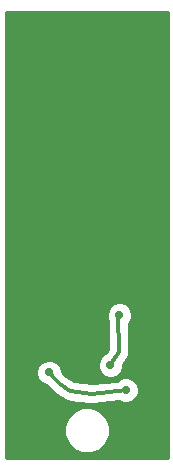
<source format=gbl>
G04 (created by PCBNEW (2013-07-07 BZR 4022)-stable) date 8/8/2014 4:44:39 PM*
%MOIN*%
G04 Gerber Fmt 3.4, Leading zero omitted, Abs format*
%FSLAX34Y34*%
G01*
G70*
G90*
G04 APERTURE LIST*
%ADD10C,0.00590551*%
%ADD11C,0.0275591*%
%ADD12C,0.011811*%
%ADD13C,0.01*%
G04 APERTURE END LIST*
G54D10*
G54D11*
X27322Y-21574D03*
X25776Y-23906D03*
X22992Y-26299D03*
X25275Y-25984D03*
X25984Y-25590D03*
X26279Y-23917D03*
X23937Y-25826D03*
X26496Y-26417D03*
G54D12*
X25275Y-25984D02*
X25236Y-26023D01*
X26259Y-25157D02*
X26240Y-23877D01*
X25984Y-25590D02*
X26259Y-25157D01*
X26240Y-23877D02*
X26279Y-23917D01*
X24291Y-26220D02*
X24645Y-26456D01*
X23937Y-25826D02*
X24055Y-25984D01*
X24055Y-25984D02*
X24291Y-26220D01*
X25354Y-26535D02*
X26496Y-26417D01*
X24645Y-26456D02*
X25354Y-26535D01*
G54D10*
G36*
X27902Y-28690D02*
X26920Y-28690D01*
X26920Y-26333D01*
X26855Y-26177D01*
X26736Y-26058D01*
X26703Y-26044D01*
X26703Y-23833D01*
X26639Y-23677D01*
X26520Y-23558D01*
X26364Y-23493D01*
X26195Y-23493D01*
X26039Y-23557D01*
X25920Y-23676D01*
X25855Y-23832D01*
X25855Y-24001D01*
X25898Y-24105D01*
X25913Y-25059D01*
X25825Y-25197D01*
X25744Y-25230D01*
X25624Y-25350D01*
X25560Y-25505D01*
X25560Y-25674D01*
X25624Y-25830D01*
X25743Y-25949D01*
X25899Y-26014D01*
X26068Y-26014D01*
X26224Y-25950D01*
X26343Y-25831D01*
X26408Y-25675D01*
X26408Y-25567D01*
X26551Y-25342D01*
X26563Y-25312D01*
X26580Y-25284D01*
X26587Y-25250D01*
X26599Y-25217D01*
X26599Y-25184D01*
X26605Y-25152D01*
X26590Y-24205D01*
X26638Y-24157D01*
X26703Y-24002D01*
X26703Y-23833D01*
X26703Y-26044D01*
X26580Y-25993D01*
X26412Y-25993D01*
X26256Y-26057D01*
X26214Y-26099D01*
X25355Y-26188D01*
X24767Y-26122D01*
X24511Y-25952D01*
X24361Y-25801D01*
X24361Y-25742D01*
X24296Y-25586D01*
X24177Y-25467D01*
X24021Y-25402D01*
X23853Y-25402D01*
X23697Y-25467D01*
X23577Y-25586D01*
X23513Y-25742D01*
X23512Y-25910D01*
X23577Y-26066D01*
X23696Y-26186D01*
X23819Y-26237D01*
X24047Y-26464D01*
X24075Y-26483D01*
X24099Y-26507D01*
X24454Y-26743D01*
X24467Y-26749D01*
X24479Y-26759D01*
X24529Y-26775D01*
X24578Y-26795D01*
X24593Y-26795D01*
X24607Y-26799D01*
X25316Y-26878D01*
X25353Y-26875D01*
X25389Y-26878D01*
X26280Y-26786D01*
X26411Y-26841D01*
X26580Y-26841D01*
X26735Y-26776D01*
X26855Y-26657D01*
X26920Y-26502D01*
X26920Y-26333D01*
X26920Y-28690D01*
X25955Y-28690D01*
X25955Y-27605D01*
X25840Y-27326D01*
X25627Y-27113D01*
X25348Y-26997D01*
X25046Y-26997D01*
X24767Y-27112D01*
X24554Y-27325D01*
X24438Y-27604D01*
X24438Y-27906D01*
X24553Y-28185D01*
X24766Y-28398D01*
X25045Y-28514D01*
X25347Y-28514D01*
X25626Y-28399D01*
X25839Y-28186D01*
X25955Y-27907D01*
X25955Y-27605D01*
X25955Y-28690D01*
X22490Y-28690D01*
X22490Y-13829D01*
X27902Y-13829D01*
X27902Y-28690D01*
X27902Y-28690D01*
G37*
G54D13*
X27902Y-28690D02*
X26920Y-28690D01*
X26920Y-26333D01*
X26855Y-26177D01*
X26736Y-26058D01*
X26703Y-26044D01*
X26703Y-23833D01*
X26639Y-23677D01*
X26520Y-23558D01*
X26364Y-23493D01*
X26195Y-23493D01*
X26039Y-23557D01*
X25920Y-23676D01*
X25855Y-23832D01*
X25855Y-24001D01*
X25898Y-24105D01*
X25913Y-25059D01*
X25825Y-25197D01*
X25744Y-25230D01*
X25624Y-25350D01*
X25560Y-25505D01*
X25560Y-25674D01*
X25624Y-25830D01*
X25743Y-25949D01*
X25899Y-26014D01*
X26068Y-26014D01*
X26224Y-25950D01*
X26343Y-25831D01*
X26408Y-25675D01*
X26408Y-25567D01*
X26551Y-25342D01*
X26563Y-25312D01*
X26580Y-25284D01*
X26587Y-25250D01*
X26599Y-25217D01*
X26599Y-25184D01*
X26605Y-25152D01*
X26590Y-24205D01*
X26638Y-24157D01*
X26703Y-24002D01*
X26703Y-23833D01*
X26703Y-26044D01*
X26580Y-25993D01*
X26412Y-25993D01*
X26256Y-26057D01*
X26214Y-26099D01*
X25355Y-26188D01*
X24767Y-26122D01*
X24511Y-25952D01*
X24361Y-25801D01*
X24361Y-25742D01*
X24296Y-25586D01*
X24177Y-25467D01*
X24021Y-25402D01*
X23853Y-25402D01*
X23697Y-25467D01*
X23577Y-25586D01*
X23513Y-25742D01*
X23512Y-25910D01*
X23577Y-26066D01*
X23696Y-26186D01*
X23819Y-26237D01*
X24047Y-26464D01*
X24075Y-26483D01*
X24099Y-26507D01*
X24454Y-26743D01*
X24467Y-26749D01*
X24479Y-26759D01*
X24529Y-26775D01*
X24578Y-26795D01*
X24593Y-26795D01*
X24607Y-26799D01*
X25316Y-26878D01*
X25353Y-26875D01*
X25389Y-26878D01*
X26280Y-26786D01*
X26411Y-26841D01*
X26580Y-26841D01*
X26735Y-26776D01*
X26855Y-26657D01*
X26920Y-26502D01*
X26920Y-26333D01*
X26920Y-28690D01*
X25955Y-28690D01*
X25955Y-27605D01*
X25840Y-27326D01*
X25627Y-27113D01*
X25348Y-26997D01*
X25046Y-26997D01*
X24767Y-27112D01*
X24554Y-27325D01*
X24438Y-27604D01*
X24438Y-27906D01*
X24553Y-28185D01*
X24766Y-28398D01*
X25045Y-28514D01*
X25347Y-28514D01*
X25626Y-28399D01*
X25839Y-28186D01*
X25955Y-27907D01*
X25955Y-27605D01*
X25955Y-28690D01*
X22490Y-28690D01*
X22490Y-13829D01*
X27902Y-13829D01*
X27902Y-28690D01*
M02*

</source>
